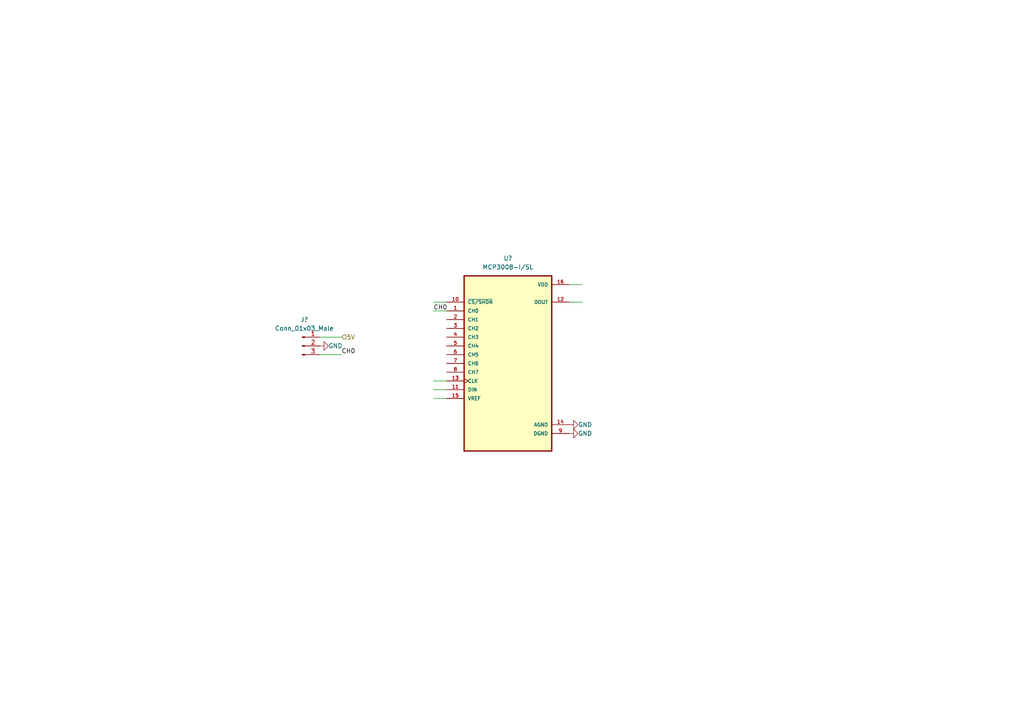
<source format=kicad_sch>
(kicad_sch (version 20211123) (generator eeschema)
  (paper "A4")
  (lib_symbols
    (symbol "Connector:Conn_01x03_Male" (pin_names (offset 1.016) hide)
      (property "Reference" "J" (at 0 5.08 0))
      (property "Value" "Conn_01x03_Male" (at 0 -5.08 0))
      (symbol "Conn_01x03_Male_1_1"
        (polyline (pts (xy 1.27 -2.54) (xy 0.8636 -2.54)) (stroke (width 0.1524)))
        (polyline (pts (xy 1.27 0) (xy 0.8636 0)) (stroke (width 0.1524)))
        (polyline (pts (xy 1.27 2.54) (xy 0.8636 2.54)) (stroke (width 0.1524)))
        (rectangle (start 0.8636 -2.413) (end 0 -2.667) (stroke (width 0.1524)) (fill (type outline)))
        (rectangle (start 0.8636 0.127) (end 0 -0.127) (stroke (width 0.1524)) (fill (type outline)))
        (rectangle (start 0.8636 2.667) (end 0 2.413) (stroke (width 0.1524)) (fill (type outline)))
        (pin passive line (at 5.08 2.54 180) (length 3.81) (name "Pin_1") (number "1"))
        (pin passive line (at 5.08 0 180) (length 3.81) (name "Pin_2") (number "2"))
        (pin passive line (at 5.08 -2.54 180) (length 3.81) (name "Pin_3") (number "3"))
      )
    )
    (symbol "MCP3008-I_SL:MCP3008-I{slash}SL" (pin_names (offset 1.016))
      (property "Reference" "U" (at -12.7 26.3906 0))
      (property "Value" "MCP3008-I{slash}SL" (at -12.7 -29.3878 0))
      (symbol "MCP3008-I{slash}SL_0_0"
        (rectangle (start -12.7 -25.4) (end 12.7 25.4) (stroke (width 0.4064)) (fill (type background)))
        (pin input line (at -17.78 15.24 0) (length 5.08) (name "CH0") (number "1"))
        (pin input line (at -17.78 17.78 0) (length 5.08) (name "~{CS/SHDN}") (number "10"))
        (pin input line (at -17.78 -7.62 0) (length 5.08) (name "DIN") (number "11"))
        (pin output line (at 17.78 17.78 180) (length 5.08) (name "DOUT") (number "12"))
        (pin input clock (at -17.78 -5.08 0) (length 5.08) (name "CLK") (number "13"))
        (pin power_in line (at 17.78 -17.78 180) (length 5.08) (name "AGND") (number "14"))
        (pin input line (at -17.78 -10.16 0) (length 5.08) (name "VREF") (number "15"))
        (pin power_in line (at 17.78 22.86 180) (length 5.08) (name "VDD") (number "16"))
        (pin input line (at -17.78 12.7 0) (length 5.08) (name "CH1") (number "2"))
        (pin input line (at -17.78 10.16 0) (length 5.08) (name "CH2") (number "3"))
        (pin input line (at -17.78 7.62 0) (length 5.08) (name "CH3") (number "4"))
        (pin input line (at -17.78 5.08 0) (length 5.08) (name "CH4") (number "5"))
        (pin input line (at -17.78 2.54 0) (length 5.08) (name "CH5") (number "6"))
        (pin input line (at -17.78 0 0) (length 5.08) (name "CH6") (number "7"))
        (pin input line (at -17.78 -2.54 0) (length 5.08) (name "CH7") (number "8"))
        (pin power_in line (at 17.78 -20.32 180) (length 5.08) (name "DGND") (number "9"))
      )
    )
    (symbol "power:GND" (power) (pin_names (offset 0))
      (property "Value" "GND" (at 0 -3.81 0))
      (symbol "GND_0_1"
        (polyline (pts (xy 0 0) (xy 0 -1.27) (xy 1.27 -1.27) (xy 0 -2.54) (xy -1.27 -1.27) (xy 0 -1.27)))
      )
      (symbol "GND_1_1"
        (pin power_in line (at 0 0 270) (length 0) hide (name "GND") (number "1"))
      )
    )
  )
  (wire (pts (xy 92.71 102.87) (xy 99.06 102.87)))
  (wire (pts (xy 125.73 90.17) (xy 129.54 90.17)))
  (wire (pts (xy 165.1 87.63) (xy 168.91 87.63)))
  (wire (pts (xy 92.71 97.79) (xy 99.06 97.79)))
  (wire (pts (xy 125.73 115.57) (xy 129.54 115.57)))
  (wire (pts (xy 125.73 113.03) (xy 129.54 113.03)))
  (wire (pts (xy 125.73 87.63) (xy 129.54 87.63)))
  (wire (pts (xy 165.1 82.55) (xy 168.91 82.55)))
  (wire (pts (xy 125.73 110.49) (xy 129.54 110.49)))
  (label "CH0" (at 99.06 102.87 0))
  (label "CH0" (at 125.73 90.17 0))
  (hierarchical_label "5V" (shape input) (at 99.06 97.79 0))
  (symbol (lib_id "MCP3008-I_SL:MCP3008-I{slash}SL") (at 147.32 105.41 0) (unit 1)
    (property "Reference" "U?" (at 147.32 74.93 0))
    (property "Value" "MCP3008-I/SL" (at 147.32 77.47 0))
    (property "Footprint" "SOIC127P600X175-16N" (effects hide))
  )
  (symbol (lib_id "power:GND") (at 165.1 125.73 90) (unit 1)
    (property "Reference" "#PWR?" (effects hide))
    (property "Value" "GND" (at 167.64 125.73 90) (effects (justify right)))
  )
  (symbol (lib_id "Connector:Conn_01x03_Male") (at 87.63 100.33 0) (unit 1)
    (property "Reference" "J?" (at 88.265 92.71 0))
    (property "Value" "Conn_01x03_Male" (at 88.265 95.25 0))
  )
  (symbol (lib_id "power:GND") (at 165.1 123.19 90) (unit 1)
    (property "Reference" "#PWR?" (effects hide))
    (property "Value" "GND" (at 167.64 123.19 90) (effects (justify right)))
  )
  (symbol (lib_id "power:GND") (at 92.71 100.33 90) (unit 1)
    (property "Reference" "#PWR?" (effects hide))
    (property "Value" "GND" (at 95.25 100.33 90) (effects (justify right)))
  )
)
</source>
